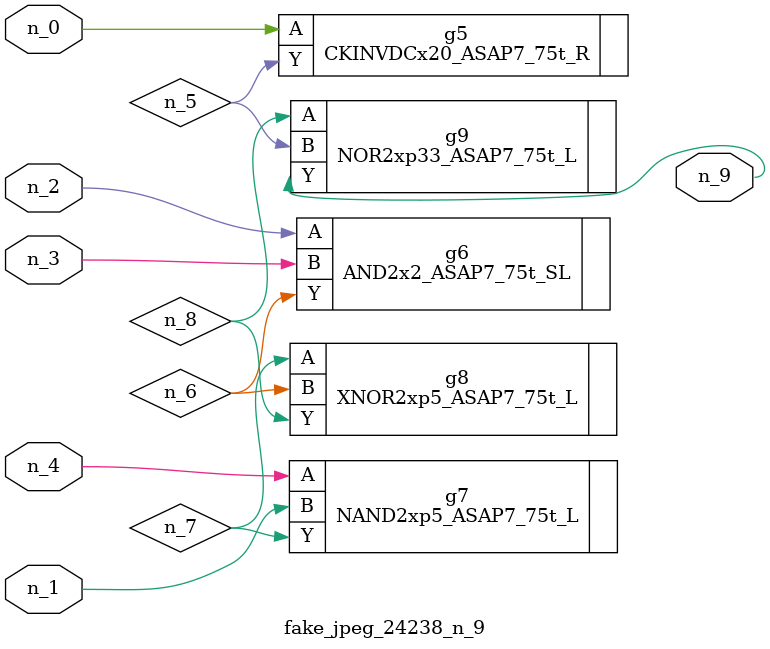
<source format=v>
module fake_jpeg_24238_n_9 (n_3, n_2, n_1, n_0, n_4, n_9);

input n_3;
input n_2;
input n_1;
input n_0;
input n_4;

output n_9;

wire n_8;
wire n_6;
wire n_5;
wire n_7;

CKINVDCx20_ASAP7_75t_R g5 ( 
.A(n_0),
.Y(n_5)
);

AND2x2_ASAP7_75t_SL g6 ( 
.A(n_2),
.B(n_3),
.Y(n_6)
);

NAND2xp5_ASAP7_75t_L g7 ( 
.A(n_4),
.B(n_1),
.Y(n_7)
);

XNOR2xp5_ASAP7_75t_L g8 ( 
.A(n_7),
.B(n_6),
.Y(n_8)
);

NOR2xp33_ASAP7_75t_L g9 ( 
.A(n_8),
.B(n_5),
.Y(n_9)
);


endmodule
</source>
